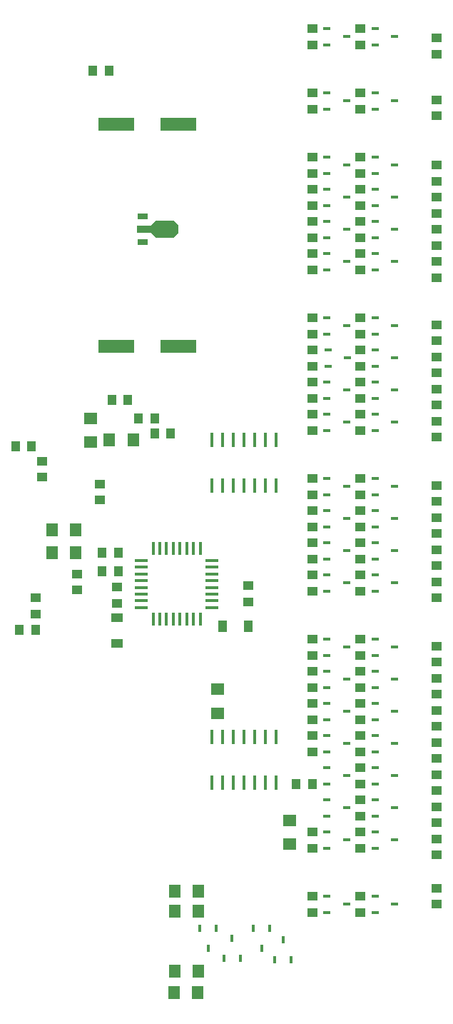
<source format=gbr>
G04 DipTrace 3.3.1.3*
G04 BottomPaste.gbr*
%MOIN*%
G04 #@! TF.FileFunction,Paste,Bot*
G04 #@! TF.Part,Single*
%AMOUTLINE2*
4,1,10,
-0.096457,0.015748,
-0.031834,0.015748,
-0.008212,0.03937,
0.075141,0.03937,
0.096457,0.018054,
0.096457,-0.018054,
0.075141,-0.03937,
-0.008212,-0.03937,
-0.031834,-0.015748,
-0.096457,-0.015748,
-0.096457,0.015748,
0*%
%ADD56R,0.051181X0.031496*%
%ADD60R,0.015748X0.070866*%
%ADD62R,0.011811X0.059055*%
%ADD64R,0.059055X0.011811*%
%ADD66R,0.062992X0.055118*%
%ADD68R,0.033465X0.017717*%
%ADD70R,0.017717X0.033465*%
%ADD72R,0.055118X0.03937*%
%ADD74R,0.03937X0.055118*%
%ADD80R,0.055118X0.062992*%
%ADD86R,0.043307X0.051181*%
%ADD88R,0.165354X0.062992*%
%ADD90R,0.051181X0.043307*%
%ADD96OUTLINE2*%
%FSLAX26Y26*%
G04*
G70*
G90*
G75*
G01*
G04 BotPaste*
%LPD*%
D90*
X1637451Y2356201D3*
Y2431004D3*
X1024951Y2424950D3*
Y2350147D3*
D88*
X1312449Y4587450D3*
X1021110D3*
D86*
X912451Y4837451D3*
X987255D3*
X999953Y3299950D3*
X1074756D3*
D88*
X1312449Y3549951D3*
X1021110D3*
D90*
X643701Y2374950D3*
Y2300147D3*
X674951Y3012450D3*
Y2937647D3*
D86*
X1274951Y3143701D3*
X1200148D3*
X624951Y3081201D3*
X550148D3*
X643702Y2224950D3*
X568899D3*
D80*
X831202Y2587450D3*
X720966D3*
X831202Y2693701D3*
X720966D3*
D74*
X1637451Y2243701D3*
X1519341D3*
D72*
X1024951Y2281201D3*
Y2163091D3*
D70*
X1599953Y693702D3*
X1525150D3*
X1562551Y784253D3*
X1662453Y831201D3*
X1737256D3*
X1699854Y740650D3*
X1412453Y831201D3*
X1487256D3*
X1449854Y740650D3*
X1837451Y687450D3*
X1762648D3*
X1800050Y778001D3*
D68*
X2231201Y907235D3*
Y982038D3*
X2321752Y944636D3*
X2006201Y907235D3*
Y982038D3*
X2096752Y944636D3*
X2231201Y1357234D3*
Y1432037D3*
X2321752Y1394635D3*
X2006201Y1357234D3*
Y1432037D3*
X2096752Y1394635D3*
X2231201Y1207235D3*
Y1282038D3*
X2321752Y1244636D3*
X2006201Y1207235D3*
Y1282038D3*
X2096752Y1244636D3*
X2231201Y1507235D3*
Y1582038D3*
X2321752Y1544636D3*
X2006201Y1507235D3*
Y1582038D3*
X2096752Y1544636D3*
X2231201Y1657234D3*
Y1732037D3*
X2321752Y1694635D3*
X2006201Y1657234D3*
Y1732037D3*
X2096752Y1694635D3*
X2231201Y1807235D3*
Y1882038D3*
X2321752Y1844636D3*
X2006201Y1807235D3*
Y1882038D3*
X2096752Y1844636D3*
X2231201Y1957234D3*
Y2032037D3*
X2321752Y1994635D3*
X2006201Y1957234D3*
Y2032037D3*
X2096752Y1994635D3*
X2231201Y2107235D3*
Y2182038D3*
X2321752Y2144636D3*
X2006201Y2107235D3*
Y2182038D3*
X2096752Y2144636D3*
X2231201Y2407235D3*
Y2482038D3*
X2321752Y2444636D3*
X2006201Y2407235D3*
Y2482038D3*
X2096752Y2444636D3*
X2231201Y2557235D3*
Y2632038D3*
X2321752Y2594636D3*
X2006201Y2557235D3*
Y2632038D3*
X2096752Y2594636D3*
X2231201Y2707235D3*
Y2782038D3*
X2321752Y2744636D3*
X2006201Y2707235D3*
Y2782038D3*
X2096752Y2744636D3*
X2231201Y2857235D3*
Y2932038D3*
X2321752Y2894636D3*
X2006201Y2857235D3*
Y2932038D3*
X2096752Y2894636D3*
X2231201Y3157235D3*
Y3232038D3*
X2321752Y3194636D3*
X2006201Y3157235D3*
Y3232038D3*
X2096752Y3194636D3*
X2231201Y3307235D3*
Y3382038D3*
X2321752Y3344636D3*
X2006201Y3307235D3*
Y3382038D3*
X2096752Y3344636D3*
X2231201Y3457235D3*
Y3532038D3*
X2321752Y3494636D3*
X2012451Y3457235D3*
Y3532038D3*
X2103003Y3494636D3*
X2231201Y3607235D3*
Y3682038D3*
X2321752Y3644636D3*
X2006201Y3607235D3*
Y3682038D3*
X2096752Y3644636D3*
X2231201Y4957235D3*
Y5032038D3*
X2321752Y4994636D3*
X2006201Y4957235D3*
Y5032038D3*
X2096752Y4994636D3*
X2231201Y4657235D3*
Y4732038D3*
X2321752Y4694636D3*
X2006201Y4657235D3*
Y4732038D3*
X2096752Y4694636D3*
X2231201Y4357235D3*
Y4432038D3*
X2321752Y4394636D3*
X2006201Y4357235D3*
Y4432038D3*
X2096752Y4394636D3*
X2231201Y4207235D3*
Y4282038D3*
X2321752Y4244636D3*
X2006201Y4207235D3*
Y4282038D3*
X2096752Y4244636D3*
X2231201Y4057235D3*
Y4132038D3*
X2321752Y4094636D3*
X2006201Y4057235D3*
Y4132038D3*
X2096752Y4094636D3*
X2231201Y3907235D3*
Y3982038D3*
X2321752Y3944636D3*
X2006201Y3907235D3*
Y3982038D3*
X2096752Y3944636D3*
D80*
X1406202Y1006201D3*
X1295966D3*
X1292668Y531201D3*
X1402904D3*
X1294735Y912451D3*
X1404971D3*
X1406202Y631201D3*
X1295966D3*
D90*
X2162451Y982235D3*
Y907432D3*
X2518702Y1019735D3*
Y944932D3*
X1937451Y982235D3*
Y907432D3*
X2162451Y1432235D3*
Y1357432D3*
X2518702Y1325986D3*
Y1400789D3*
D66*
X1831202Y1224950D3*
Y1335186D3*
D90*
X2162451Y1282235D3*
Y1207432D3*
X2518701Y1175986D3*
Y1250789D3*
X1937451Y1282235D3*
Y1207432D3*
X2162451Y1582235D3*
Y1507432D3*
X2518702Y1475986D3*
Y1550789D3*
D86*
X1862451Y1507235D3*
X1937255D3*
D90*
X2162451Y1732235D3*
Y1657432D3*
X2518701Y1625986D3*
Y1700789D3*
X1937451Y1732235D3*
Y1657432D3*
X2162451Y1882235D3*
Y1807432D3*
X2518702Y1775986D3*
Y1850789D3*
X1937451Y1882235D3*
Y1807432D3*
X2162451Y2032235D3*
Y1957432D3*
X2518702Y1925986D3*
Y2000789D3*
X1937451Y2032235D3*
Y1957432D3*
X2162451Y2182235D3*
Y2107432D3*
X2518701Y2075986D3*
Y2150789D3*
X1937451Y2182235D3*
Y2107432D3*
X2162451Y2482234D3*
Y2407430D3*
X2518702Y2375986D3*
Y2450789D3*
X1937451Y2482234D3*
Y2407430D3*
X2162451Y2632235D3*
Y2557432D3*
X2518702Y2525986D3*
Y2600789D3*
X1937451Y2632235D3*
Y2557432D3*
X2162451Y2782234D3*
Y2707430D3*
X2518702Y2675986D3*
Y2750789D3*
X1937451Y2782234D3*
Y2707430D3*
X2162451Y2932235D3*
Y2857432D3*
X2518702Y2825986D3*
Y2900789D3*
X1937451Y2932235D3*
Y2857432D3*
X2162451Y3232235D3*
Y3157432D3*
X2518701Y3125986D3*
Y3200789D3*
X1937451Y3232235D3*
Y3157432D3*
X2162451Y3382234D3*
Y3307430D3*
X2518701Y3275986D3*
Y3350789D3*
X1937451Y3382234D3*
Y3307430D3*
X2162451Y3532235D3*
Y3457432D3*
X2518701Y3425986D3*
Y3500789D3*
X1937451Y3532235D3*
Y3457432D3*
X2162451Y3682038D3*
Y3607235D3*
X2518702Y3575986D3*
Y3650789D3*
X1937451Y3682234D3*
Y3607430D3*
X2162451Y5032235D3*
Y4957432D3*
X2518701Y4913486D3*
Y4988289D3*
X1937451Y5032235D3*
Y4957432D3*
X2162451Y4732235D3*
Y4657432D3*
X2518702Y4625986D3*
Y4700789D3*
X1937451Y4732235D3*
Y4657432D3*
X2162451Y4432235D3*
Y4357432D3*
X2518702Y4319735D3*
Y4394538D3*
X1937451Y4432235D3*
Y4357432D3*
X2162451Y4282235D3*
Y4207432D3*
X2518701Y4169735D3*
Y4244538D3*
X1937451Y4282235D3*
Y4207432D3*
X2162451Y4132235D3*
Y4057432D3*
X2518702Y4019735D3*
Y4094538D3*
X1937451Y4132235D3*
Y4057432D3*
X2162451Y3982235D3*
Y3907432D3*
X2518701Y3869735D3*
Y3944538D3*
X1937451Y3982235D3*
Y3907432D3*
X943701Y2906201D3*
Y2831398D3*
X837451Y2412451D3*
Y2487255D3*
D86*
X956202Y2587451D3*
X1031005D3*
X956202Y2499950D3*
X1031005D3*
X1124951Y3212450D3*
X1199755D3*
D66*
X1493701Y1837450D3*
Y1947686D3*
D80*
X1099951Y3112451D3*
X989715D3*
D66*
X899951Y3212451D3*
Y3102215D3*
D64*
X1468701Y2549951D3*
Y2518455D3*
Y2486959D3*
Y2455463D3*
Y2423967D3*
Y2392471D3*
Y2360975D3*
Y2329479D3*
D62*
X1413583Y2274361D3*
X1382087D3*
X1350591D3*
X1319094D3*
X1287598D3*
X1256102D3*
X1224606D3*
X1193110D3*
D64*
X1137992Y2329479D3*
Y2360975D3*
Y2392471D3*
Y2423967D3*
Y2455463D3*
Y2486959D3*
Y2518455D3*
Y2549951D3*
D62*
X1193110Y2605070D3*
X1224606D3*
X1256102D3*
X1287598D3*
X1319094D3*
X1350591D3*
X1382087D3*
X1413583D3*
D60*
X1468701Y1725984D3*
X1518701D3*
X1568701D3*
X1618701D3*
X1668701D3*
X1718701D3*
X1768701D3*
Y1513386D3*
X1718701D3*
X1668701D3*
X1618701D3*
X1568701D3*
X1518701D3*
X1468701D3*
Y3112450D3*
X1518701D3*
X1568701D3*
X1618701D3*
X1668701D3*
X1718701D3*
X1768701D3*
Y2899852D3*
X1718701D3*
X1668701D3*
X1618701D3*
X1568701D3*
X1518701D3*
X1468701D3*
D56*
X1143702Y4037451D3*
D96*
X1214568Y4096507D3*
D56*
X1143702Y4155562D3*
M02*

</source>
